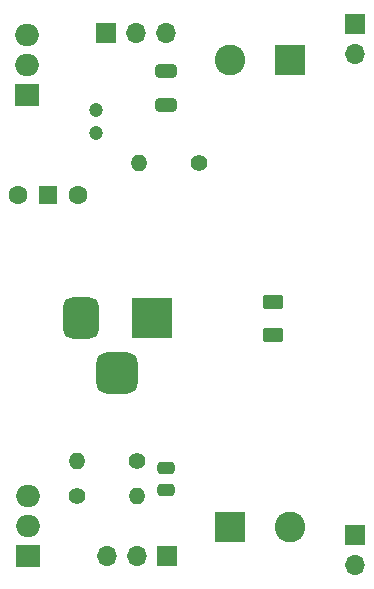
<source format=gts>
%TF.GenerationSoftware,KiCad,Pcbnew,8.0.7*%
%TF.CreationDate,2025-02-08T15:19:53+05:30*%
%TF.ProjectId,Bread_Board_Power_supply,42726561-645f-4426-9f61-72645f506f77,rev?*%
%TF.SameCoordinates,Original*%
%TF.FileFunction,Soldermask,Top*%
%TF.FilePolarity,Negative*%
%FSLAX46Y46*%
G04 Gerber Fmt 4.6, Leading zero omitted, Abs format (unit mm)*
G04 Created by KiCad (PCBNEW 8.0.7) date 2025-02-08 15:19:53*
%MOMM*%
%LPD*%
G01*
G04 APERTURE LIST*
G04 Aperture macros list*
%AMRoundRect*
0 Rectangle with rounded corners*
0 $1 Rounding radius*
0 $2 $3 $4 $5 $6 $7 $8 $9 X,Y pos of 4 corners*
0 Add a 4 corners polygon primitive as box body*
4,1,4,$2,$3,$4,$5,$6,$7,$8,$9,$2,$3,0*
0 Add four circle primitives for the rounded corners*
1,1,$1+$1,$2,$3*
1,1,$1+$1,$4,$5*
1,1,$1+$1,$6,$7*
1,1,$1+$1,$8,$9*
0 Add four rect primitives between the rounded corners*
20,1,$1+$1,$2,$3,$4,$5,0*
20,1,$1+$1,$4,$5,$6,$7,0*
20,1,$1+$1,$6,$7,$8,$9,0*
20,1,$1+$1,$8,$9,$2,$3,0*%
G04 Aperture macros list end*
%ADD10R,1.700000X1.700000*%
%ADD11O,1.700000X1.700000*%
%ADD12C,1.400000*%
%ADD13O,1.400000X1.400000*%
%ADD14R,2.600000X2.600000*%
%ADD15C,2.600000*%
%ADD16RoundRect,0.250000X-0.475000X0.250000X-0.475000X-0.250000X0.475000X-0.250000X0.475000X0.250000X0*%
%ADD17RoundRect,0.250000X0.650000X-0.325000X0.650000X0.325000X-0.650000X0.325000X-0.650000X-0.325000X0*%
%ADD18RoundRect,0.250000X0.625000X-0.375000X0.625000X0.375000X-0.625000X0.375000X-0.625000X-0.375000X0*%
%ADD19R,3.500000X3.500000*%
%ADD20RoundRect,0.750000X-0.750000X-1.000000X0.750000X-1.000000X0.750000X1.000000X-0.750000X1.000000X0*%
%ADD21RoundRect,0.875000X-0.875000X-0.875000X0.875000X-0.875000X0.875000X0.875000X-0.875000X0.875000X0*%
%ADD22R,2.000000X1.905000*%
%ADD23O,2.000000X1.905000*%
%ADD24C,1.200000*%
%ADD25R,1.500000X1.500000*%
%ADD26C,1.600000*%
G04 APERTURE END LIST*
D10*
%TO.C,J6*%
X100000000Y-143250000D03*
D11*
X100000000Y-145790000D03*
%TD*%
D10*
%TO.C,J7*%
X84025000Y-145000000D03*
D11*
X81485000Y-145000000D03*
X78945000Y-145000000D03*
%TD*%
D12*
%TO.C,R1*%
X86790000Y-111750000D03*
D13*
X81710000Y-111750000D03*
%TD*%
D12*
%TO.C,R3*%
X81540000Y-136950000D03*
D13*
X76460000Y-136950000D03*
%TD*%
D10*
%TO.C,J2*%
X78867000Y-100711000D03*
D11*
X81407000Y-100711000D03*
X83947000Y-100711000D03*
%TD*%
D14*
%TO.C,J5*%
X89403000Y-142545000D03*
D15*
X94483000Y-142545000D03*
%TD*%
D16*
%TO.C,C3*%
X84000000Y-137550000D03*
X84000000Y-139450000D03*
%TD*%
D17*
%TO.C,C2*%
X83947000Y-106885000D03*
X83947000Y-103935000D03*
%TD*%
D18*
%TO.C,D1*%
X93050000Y-126350000D03*
X93050000Y-123550000D03*
%TD*%
D12*
%TO.C,R2*%
X76460000Y-139950000D03*
D13*
X81540000Y-139950000D03*
%TD*%
D19*
%TO.C,J1*%
X82804000Y-124841000D03*
D20*
X76804000Y-124841000D03*
D21*
X79804000Y-129541000D03*
%TD*%
D10*
%TO.C,J3*%
X100000000Y-100000000D03*
D11*
X100000000Y-102540000D03*
%TD*%
D22*
%TO.C,U1*%
X72195000Y-106040000D03*
D23*
X72195000Y-103500000D03*
X72195000Y-100960000D03*
%TD*%
D24*
%TO.C,C1*%
X78000000Y-107250000D03*
X78000000Y-109250000D03*
%TD*%
D14*
%TO.C,J4*%
X94493000Y-103073000D03*
D15*
X89413000Y-103073000D03*
%TD*%
D25*
%TO.C,SW1*%
X74000000Y-114450000D03*
D26*
X76540000Y-114450000D03*
X71460000Y-114450000D03*
%TD*%
D22*
%TO.C,U2*%
X72250000Y-145000000D03*
D23*
X72250000Y-142460000D03*
X72250000Y-139920000D03*
%TD*%
M02*

</source>
